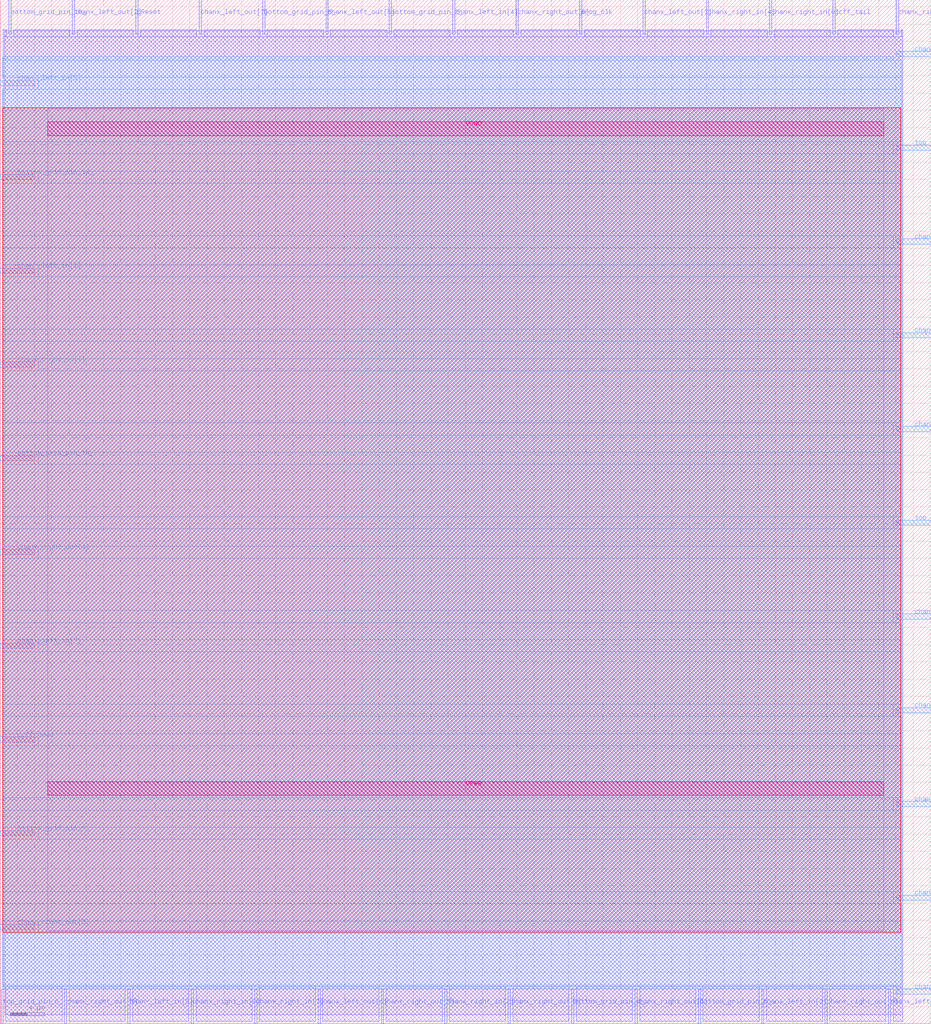
<source format=lef>
VERSION 5.7 ;
  NAMESCASESENSITIVE ON ;
  NOWIREEXTENSIONATPIN ON ;
  DIVIDERCHAR "/" ;
  BUSBITCHARS "[]" ;
UNITS
  DATABASE MICRONS 200 ;
END UNITS

MACRO cbx_1__0_
  CLASS BLOCK ;
  FOREIGN cbx_1__0_ ;
  ORIGIN 0.000 0.000 ;
  SIZE 108.105 BY 118.825 ;
  PIN bottom_grid_pin_0_
    DIRECTION OUTPUT TRISTATE ;
    PORT
      LAYER met3 ;
        RECT 0.000 21.800 4.000 22.400 ;
    END
  END bottom_grid_pin_0_
  PIN bottom_grid_pin_10_
    DIRECTION OUTPUT TRISTATE ;
    PORT
      LAYER met2 ;
        RECT 1.010 114.825 1.290 118.825 ;
    END
  END bottom_grid_pin_10_
  PIN bottom_grid_pin_12_
    DIRECTION OUTPUT TRISTATE ;
    PORT
      LAYER met3 ;
        RECT 0.000 97.960 4.000 98.560 ;
    END
  END bottom_grid_pin_12_
  PIN bottom_grid_pin_14_
    DIRECTION OUTPUT TRISTATE ;
    PORT
      LAYER met3 ;
        RECT 0.000 65.320 4.000 65.920 ;
    END
  END bottom_grid_pin_14_
  PIN bottom_grid_pin_2_
    DIRECTION OUTPUT TRISTATE ;
    PORT
      LAYER met2 ;
        RECT 45.170 114.825 45.450 118.825 ;
    END
  END bottom_grid_pin_2_
  PIN bottom_grid_pin_4_
    DIRECTION OUTPUT TRISTATE ;
    PORT
      LAYER met2 ;
        RECT 66.330 0.000 66.610 4.000 ;
    END
  END bottom_grid_pin_4_
  PIN bottom_grid_pin_6_
    DIRECTION OUTPUT TRISTATE ;
    PORT
      LAYER met2 ;
        RECT 81.050 0.000 81.330 4.000 ;
    END
  END bottom_grid_pin_6_
  PIN bottom_grid_pin_8_
    DIRECTION OUTPUT TRISTATE ;
    PORT
      LAYER met2 ;
        RECT 30.450 114.825 30.730 118.825 ;
    END
  END bottom_grid_pin_8_
  PIN ccff_head
    DIRECTION INPUT ;
    PORT
      LAYER met3 ;
        RECT 0.000 32.680 4.000 33.280 ;
    END
  END ccff_head
  PIN ccff_tail
    DIRECTION OUTPUT TRISTATE ;
    PORT
      LAYER met2 ;
        RECT 96.690 114.825 96.970 118.825 ;
    END
  END ccff_tail
  PIN chanx_left_in[0]
    DIRECTION INPUT ;
    PORT
      LAYER met3 ;
        RECT 104.105 79.600 108.105 80.200 ;
    END
  END chanx_left_in[0]
  PIN chanx_left_in[1]
    DIRECTION INPUT ;
    PORT
      LAYER met3 ;
        RECT 0.000 87.080 4.000 87.680 ;
    END
  END chanx_left_in[1]
  PIN chanx_left_in[2]
    DIRECTION INPUT ;
    PORT
      LAYER met2 ;
        RECT 88.410 0.000 88.690 4.000 ;
    END
  END chanx_left_in[2]
  PIN chanx_left_in[3]
    DIRECTION INPUT ;
    PORT
      LAYER met3 ;
        RECT 0.000 108.840 4.000 109.440 ;
    END
  END chanx_left_in[3]
  PIN chanx_left_in[4]
    DIRECTION INPUT ;
    PORT
      LAYER met2 ;
        RECT 52.530 114.825 52.810 118.825 ;
    END
  END chanx_left_in[4]
  PIN chanx_left_in[5]
    DIRECTION INPUT ;
    PORT
      LAYER met2 ;
        RECT 14.810 0.000 15.090 4.000 ;
    END
  END chanx_left_in[5]
  PIN chanx_left_in[6]
    DIRECTION INPUT ;
    PORT
      LAYER met3 ;
        RECT 104.105 25.200 108.105 25.800 ;
    END
  END chanx_left_in[6]
  PIN chanx_left_in[7]
    DIRECTION INPUT ;
    PORT
      LAYER met3 ;
        RECT 0.000 43.560 4.000 44.160 ;
    END
  END chanx_left_in[7]
  PIN chanx_left_in[8]
    DIRECTION INPUT ;
    PORT
      LAYER met3 ;
        RECT 104.105 46.960 108.105 47.560 ;
    END
  END chanx_left_in[8]
  PIN chanx_left_out[0]
    DIRECTION OUTPUT TRISTATE ;
    PORT
      LAYER met3 ;
        RECT 104.105 112.240 108.105 112.840 ;
    END
  END chanx_left_out[0]
  PIN chanx_left_out[1]
    DIRECTION OUTPUT TRISTATE ;
    PORT
      LAYER met3 ;
        RECT 104.105 14.320 108.105 14.920 ;
    END
  END chanx_left_out[1]
  PIN chanx_left_out[2]
    DIRECTION OUTPUT TRISTATE ;
    PORT
      LAYER met2 ;
        RECT 8.370 114.825 8.650 118.825 ;
    END
  END chanx_left_out[2]
  PIN chanx_left_out[3]
    DIRECTION OUTPUT TRISTATE ;
    PORT
      LAYER met2 ;
        RECT 74.610 114.825 74.890 118.825 ;
    END
  END chanx_left_out[3]
  PIN chanx_left_out[4]
    DIRECTION OUTPUT TRISTATE ;
    PORT
      LAYER met3 ;
        RECT 104.105 3.440 108.105 4.040 ;
    END
  END chanx_left_out[4]
  PIN chanx_left_out[5]
    DIRECTION OUTPUT TRISTATE ;
    PORT
      LAYER met2 ;
        RECT 37.810 114.825 38.090 118.825 ;
    END
  END chanx_left_out[5]
  PIN chanx_left_out[6]
    DIRECTION OUTPUT TRISTATE ;
    PORT
      LAYER met2 ;
        RECT 36.890 0.000 37.170 4.000 ;
    END
  END chanx_left_out[6]
  PIN chanx_left_out[7]
    DIRECTION OUTPUT TRISTATE ;
    PORT
      LAYER met2 ;
        RECT 23.090 114.825 23.370 118.825 ;
    END
  END chanx_left_out[7]
  PIN chanx_left_out[8]
    DIRECTION OUTPUT TRISTATE ;
    PORT
      LAYER met2 ;
        RECT 103.130 0.000 103.410 4.000 ;
    END
  END chanx_left_out[8]
  PIN chanx_right_in[0]
    DIRECTION INPUT ;
    PORT
      LAYER met2 ;
        RECT 89.330 114.825 89.610 118.825 ;
    END
  END chanx_right_in[0]
  PIN chanx_right_in[1]
    DIRECTION INPUT ;
    PORT
      LAYER met3 ;
        RECT 0.000 76.200 4.000 76.800 ;
    END
  END chanx_right_in[1]
  PIN chanx_right_in[2]
    DIRECTION INPUT ;
    PORT
      LAYER met2 ;
        RECT 51.610 0.000 51.890 4.000 ;
    END
  END chanx_right_in[2]
  PIN chanx_right_in[3]
    DIRECTION INPUT ;
    PORT
      LAYER met3 ;
        RECT 104.105 90.480 108.105 91.080 ;
    END
  END chanx_right_in[3]
  PIN chanx_right_in[4]
    DIRECTION INPUT ;
    PORT
      LAYER met2 ;
        RECT 81.970 114.825 82.250 118.825 ;
    END
  END chanx_right_in[4]
  PIN chanx_right_in[5]
    DIRECTION INPUT ;
    PORT
      LAYER met2 ;
        RECT 104.050 114.825 104.330 118.825 ;
    END
  END chanx_right_in[5]
  PIN chanx_right_in[6]
    DIRECTION INPUT ;
    PORT
      LAYER met3 ;
        RECT 104.105 36.080 108.105 36.680 ;
    END
  END chanx_right_in[6]
  PIN chanx_right_in[7]
    DIRECTION INPUT ;
    PORT
      LAYER met2 ;
        RECT 29.530 0.000 29.810 4.000 ;
    END
  END chanx_right_in[7]
  PIN chanx_right_in[8]
    DIRECTION INPUT ;
    PORT
      LAYER met2 ;
        RECT 22.170 0.000 22.450 4.000 ;
    END
  END chanx_right_in[8]
  PIN chanx_right_out[0]
    DIRECTION OUTPUT TRISTATE ;
    PORT
      LAYER met2 ;
        RECT 95.770 0.000 96.050 4.000 ;
    END
  END chanx_right_out[0]
  PIN chanx_right_out[1]
    DIRECTION OUTPUT TRISTATE ;
    PORT
      LAYER met2 ;
        RECT 73.690 0.000 73.970 4.000 ;
    END
  END chanx_right_out[1]
  PIN chanx_right_out[2]
    DIRECTION OUTPUT TRISTATE ;
    PORT
      LAYER met2 ;
        RECT 58.970 0.000 59.250 4.000 ;
    END
  END chanx_right_out[2]
  PIN chanx_right_out[3]
    DIRECTION OUTPUT TRISTATE ;
    PORT
      LAYER met2 ;
        RECT 44.250 0.000 44.530 4.000 ;
    END
  END chanx_right_out[3]
  PIN chanx_right_out[4]
    DIRECTION OUTPUT TRISTATE ;
    PORT
      LAYER met3 ;
        RECT 0.000 54.440 4.000 55.040 ;
    END
  END chanx_right_out[4]
  PIN chanx_right_out[5]
    DIRECTION OUTPUT TRISTATE ;
    PORT
      LAYER met2 ;
        RECT 7.450 0.000 7.730 4.000 ;
    END
  END chanx_right_out[5]
  PIN chanx_right_out[6]
    DIRECTION OUTPUT TRISTATE ;
    PORT
      LAYER met2 ;
        RECT 59.890 114.825 60.170 118.825 ;
    END
  END chanx_right_out[6]
  PIN chanx_right_out[7]
    DIRECTION OUTPUT TRISTATE ;
    PORT
      LAYER met3 ;
        RECT 104.105 68.720 108.105 69.320 ;
    END
  END chanx_right_out[7]
  PIN chanx_right_out[8]
    DIRECTION OUTPUT TRISTATE ;
    PORT
      LAYER met3 ;
        RECT 0.000 10.920 4.000 11.520 ;
    END
  END chanx_right_out[8]
  PIN pReset
    DIRECTION INPUT ;
    PORT
      LAYER met2 ;
        RECT 15.730 114.825 16.010 118.825 ;
    END
  END pReset
  PIN prog_clk
    DIRECTION INPUT ;
    PORT
      LAYER met2 ;
        RECT 67.250 114.825 67.530 118.825 ;
    END
  END prog_clk
  PIN top_grid_pin_14_
    DIRECTION OUTPUT TRISTATE ;
    PORT
      LAYER met3 ;
        RECT 104.105 101.360 108.105 101.960 ;
    END
  END top_grid_pin_14_
  PIN top_grid_pin_2_
    DIRECTION OUTPUT TRISTATE ;
    PORT
      LAYER met3 ;
        RECT 104.105 57.840 108.105 58.440 ;
    END
  END top_grid_pin_2_
  PIN top_grid_pin_6_
    DIRECTION OUTPUT TRISTATE ;
    PORT
      LAYER met2 ;
        RECT 0.090 0.000 0.370 4.000 ;
    END
  END top_grid_pin_6_
  PIN VPWR
    DIRECTION INPUT ;
    USE POWER ;
    PORT
      LAYER met5 ;
        RECT 5.520 26.490 102.580 28.090 ;
    END
  END VPWR
  PIN VGND
    DIRECTION INPUT ;
    USE GROUND ;
    PORT
      LAYER met5 ;
        RECT 5.520 103.080 102.580 104.680 ;
    END
  END VGND
  OBS
      LAYER li1 ;
        RECT 5.520 10.795 102.580 106.165 ;
      LAYER met1 ;
        RECT 0.530 1.060 104.810 115.220 ;
      LAYER met2 ;
        RECT 0.370 114.545 0.730 115.330 ;
        RECT 1.570 114.545 8.090 115.330 ;
        RECT 8.930 114.545 15.450 115.330 ;
        RECT 16.290 114.545 22.810 115.330 ;
        RECT 23.650 114.545 30.170 115.330 ;
        RECT 31.010 114.545 37.530 115.330 ;
        RECT 38.370 114.545 44.890 115.330 ;
        RECT 45.730 114.545 52.250 115.330 ;
        RECT 53.090 114.545 59.610 115.330 ;
        RECT 60.450 114.545 66.970 115.330 ;
        RECT 67.810 114.545 74.330 115.330 ;
        RECT 75.170 114.545 81.690 115.330 ;
        RECT 82.530 114.545 89.050 115.330 ;
        RECT 89.890 114.545 96.410 115.330 ;
        RECT 97.250 114.545 103.770 115.330 ;
        RECT 104.610 114.545 104.780 115.330 ;
        RECT 0.370 4.280 104.780 114.545 ;
        RECT 0.650 0.270 7.170 4.280 ;
        RECT 8.010 0.270 14.530 4.280 ;
        RECT 15.370 0.270 21.890 4.280 ;
        RECT 22.730 0.270 29.250 4.280 ;
        RECT 30.090 0.270 36.610 4.280 ;
        RECT 37.450 0.270 43.970 4.280 ;
        RECT 44.810 0.270 51.330 4.280 ;
        RECT 52.170 0.270 58.690 4.280 ;
        RECT 59.530 0.270 66.050 4.280 ;
        RECT 66.890 0.270 73.410 4.280 ;
        RECT 74.250 0.270 80.770 4.280 ;
        RECT 81.610 0.270 88.130 4.280 ;
        RECT 88.970 0.270 95.490 4.280 ;
        RECT 96.330 0.270 102.850 4.280 ;
        RECT 103.690 0.270 104.780 4.280 ;
      LAYER met3 ;
        RECT 0.270 111.840 103.705 112.240 ;
        RECT 0.270 109.840 104.610 111.840 ;
        RECT 4.400 108.440 104.610 109.840 ;
        RECT 0.270 102.360 104.610 108.440 ;
        RECT 0.270 100.960 103.705 102.360 ;
        RECT 0.270 98.960 104.610 100.960 ;
        RECT 4.400 97.560 104.610 98.960 ;
        RECT 0.270 91.480 104.610 97.560 ;
        RECT 0.270 90.080 103.705 91.480 ;
        RECT 0.270 88.080 104.610 90.080 ;
        RECT 4.400 86.680 104.610 88.080 ;
        RECT 0.270 80.600 104.610 86.680 ;
        RECT 0.270 79.200 103.705 80.600 ;
        RECT 0.270 77.200 104.610 79.200 ;
        RECT 4.400 75.800 104.610 77.200 ;
        RECT 0.270 69.720 104.610 75.800 ;
        RECT 0.270 68.320 103.705 69.720 ;
        RECT 0.270 66.320 104.610 68.320 ;
        RECT 4.400 64.920 104.610 66.320 ;
        RECT 0.270 58.840 104.610 64.920 ;
        RECT 0.270 57.440 103.705 58.840 ;
        RECT 0.270 55.440 104.610 57.440 ;
        RECT 4.400 54.040 104.610 55.440 ;
        RECT 0.270 47.960 104.610 54.040 ;
        RECT 0.270 46.560 103.705 47.960 ;
        RECT 0.270 44.560 104.610 46.560 ;
        RECT 4.400 43.160 104.610 44.560 ;
        RECT 0.270 37.080 104.610 43.160 ;
        RECT 0.270 35.680 103.705 37.080 ;
        RECT 0.270 33.680 104.610 35.680 ;
        RECT 4.400 32.280 104.610 33.680 ;
        RECT 0.270 26.200 104.610 32.280 ;
        RECT 0.270 24.800 103.705 26.200 ;
        RECT 0.270 22.800 104.610 24.800 ;
        RECT 4.400 21.400 104.610 22.800 ;
        RECT 0.270 15.320 104.610 21.400 ;
        RECT 0.270 13.920 103.705 15.320 ;
        RECT 0.270 11.920 104.610 13.920 ;
        RECT 4.400 10.520 104.610 11.920 ;
        RECT 0.270 4.440 104.610 10.520 ;
        RECT 0.270 4.040 103.705 4.440 ;
      LAYER met4 ;
        RECT 0.295 10.640 104.585 106.320 ;
  END
END cbx_1__0_
END LIBRARY


</source>
